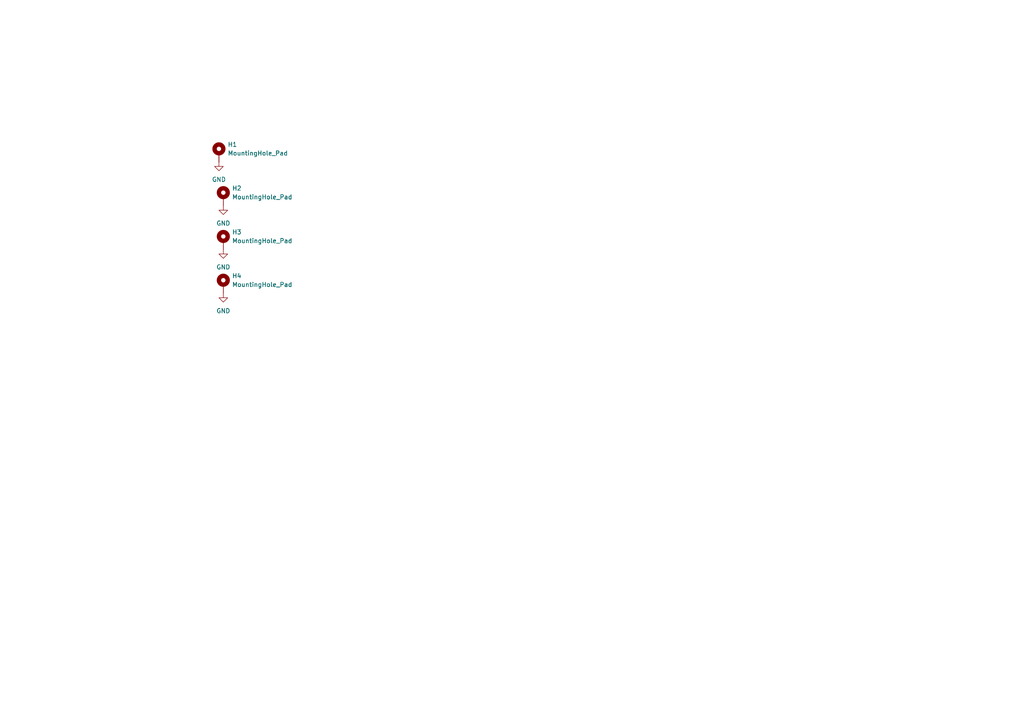
<source format=kicad_sch>
(kicad_sch (version 20211123) (generator eeschema)

  (uuid 2f5986c6-97b0-476e-8eef-3141fa682a23)

  (paper "A4")

  (lib_symbols
    (symbol "Mechanical:MountingHole_Pad" (pin_numbers hide) (pin_names (offset 1.016) hide) (in_bom yes) (on_board yes)
      (property "Reference" "H" (id 0) (at 0 6.35 0)
        (effects (font (size 1.27 1.27)))
      )
      (property "Value" "MountingHole_Pad" (id 1) (at 0 4.445 0)
        (effects (font (size 1.27 1.27)))
      )
      (property "Footprint" "" (id 2) (at 0 0 0)
        (effects (font (size 1.27 1.27)) hide)
      )
      (property "Datasheet" "~" (id 3) (at 0 0 0)
        (effects (font (size 1.27 1.27)) hide)
      )
      (property "ki_keywords" "mounting hole" (id 4) (at 0 0 0)
        (effects (font (size 1.27 1.27)) hide)
      )
      (property "ki_description" "Mounting Hole with connection" (id 5) (at 0 0 0)
        (effects (font (size 1.27 1.27)) hide)
      )
      (property "ki_fp_filters" "MountingHole*Pad*" (id 6) (at 0 0 0)
        (effects (font (size 1.27 1.27)) hide)
      )
      (symbol "MountingHole_Pad_0_1"
        (circle (center 0 1.27) (radius 1.27)
          (stroke (width 1.27) (type default) (color 0 0 0 0))
          (fill (type none))
        )
      )
      (symbol "MountingHole_Pad_1_1"
        (pin input line (at 0 -2.54 90) (length 2.54)
          (name "1" (effects (font (size 1.27 1.27))))
          (number "1" (effects (font (size 1.27 1.27))))
        )
      )
    )
    (symbol "power:GND" (power) (pin_names (offset 0)) (in_bom yes) (on_board yes)
      (property "Reference" "#PWR" (id 0) (at 0 -6.35 0)
        (effects (font (size 1.27 1.27)) hide)
      )
      (property "Value" "GND" (id 1) (at 0 -3.81 0)
        (effects (font (size 1.27 1.27)))
      )
      (property "Footprint" "" (id 2) (at 0 0 0)
        (effects (font (size 1.27 1.27)) hide)
      )
      (property "Datasheet" "" (id 3) (at 0 0 0)
        (effects (font (size 1.27 1.27)) hide)
      )
      (property "ki_keywords" "power-flag" (id 4) (at 0 0 0)
        (effects (font (size 1.27 1.27)) hide)
      )
      (property "ki_description" "Power symbol creates a global label with name \"GND\" , ground" (id 5) (at 0 0 0)
        (effects (font (size 1.27 1.27)) hide)
      )
      (symbol "GND_0_1"
        (polyline
          (pts
            (xy 0 0)
            (xy 0 -1.27)
            (xy 1.27 -1.27)
            (xy 0 -2.54)
            (xy -1.27 -1.27)
            (xy 0 -1.27)
          )
          (stroke (width 0) (type default) (color 0 0 0 0))
          (fill (type none))
        )
      )
      (symbol "GND_1_1"
        (pin power_in line (at 0 0 270) (length 0) hide
          (name "GND" (effects (font (size 1.27 1.27))))
          (number "1" (effects (font (size 1.27 1.27))))
        )
      )
    )
  )


  (symbol (lib_id "power:GND") (at 63.5 46.99 0) (unit 1)
    (in_bom yes) (on_board yes) (fields_autoplaced)
    (uuid 31c87daa-44f7-4794-88d3-6d9d30513ac6)
    (property "Reference" "#PWR01" (id 0) (at 63.5 53.34 0)
      (effects (font (size 1.27 1.27)) hide)
    )
    (property "Value" "GND" (id 1) (at 63.5 52.07 0))
    (property "Footprint" "" (id 2) (at 63.5 46.99 0)
      (effects (font (size 1.27 1.27)) hide)
    )
    (property "Datasheet" "" (id 3) (at 63.5 46.99 0)
      (effects (font (size 1.27 1.27)) hide)
    )
    (pin "1" (uuid ef1ab55d-faf5-4d42-a85e-65e47389af72))
  )

  (symbol (lib_id "Mechanical:MountingHole_Pad") (at 64.77 82.55 0) (unit 1)
    (in_bom yes) (on_board yes) (fields_autoplaced)
    (uuid 494e27fa-5dfa-4c0b-8bd1-299d58b9a271)
    (property "Reference" "H4" (id 0) (at 67.31 80.0099 0)
      (effects (font (size 1.27 1.27)) (justify left))
    )
    (property "Value" "MountingHole_Pad" (id 1) (at 67.31 82.5499 0)
      (effects (font (size 1.27 1.27)) (justify left))
    )
    (property "Footprint" "MountingHole:MountingHole_3.2mm_M3_Pad" (id 2) (at 64.77 82.55 0)
      (effects (font (size 1.27 1.27)) hide)
    )
    (property "Datasheet" "~" (id 3) (at 64.77 82.55 0)
      (effects (font (size 1.27 1.27)) hide)
    )
    (pin "1" (uuid 333e2b7b-01ba-4881-8111-a84db9b9a7d7))
  )

  (symbol (lib_id "power:GND") (at 64.77 72.39 0) (unit 1)
    (in_bom yes) (on_board yes) (fields_autoplaced)
    (uuid 609059a1-d65f-4cba-8b0a-98ef0eda64f7)
    (property "Reference" "#PWR03" (id 0) (at 64.77 78.74 0)
      (effects (font (size 1.27 1.27)) hide)
    )
    (property "Value" "GND" (id 1) (at 64.77 77.47 0))
    (property "Footprint" "" (id 2) (at 64.77 72.39 0)
      (effects (font (size 1.27 1.27)) hide)
    )
    (property "Datasheet" "" (id 3) (at 64.77 72.39 0)
      (effects (font (size 1.27 1.27)) hide)
    )
    (pin "1" (uuid c3044885-a4b3-4c4f-888f-c17eb16dad6a))
  )

  (symbol (lib_id "power:GND") (at 64.77 85.09 0) (unit 1)
    (in_bom yes) (on_board yes) (fields_autoplaced)
    (uuid 663ef8d0-076c-4e30-b566-b70f77db7567)
    (property "Reference" "#PWR04" (id 0) (at 64.77 91.44 0)
      (effects (font (size 1.27 1.27)) hide)
    )
    (property "Value" "GND" (id 1) (at 64.77 90.17 0))
    (property "Footprint" "" (id 2) (at 64.77 85.09 0)
      (effects (font (size 1.27 1.27)) hide)
    )
    (property "Datasheet" "" (id 3) (at 64.77 85.09 0)
      (effects (font (size 1.27 1.27)) hide)
    )
    (pin "1" (uuid 919bbb42-4bbd-4673-8a5a-122b29467477))
  )

  (symbol (lib_id "Mechanical:MountingHole_Pad") (at 64.77 69.85 0) (unit 1)
    (in_bom yes) (on_board yes) (fields_autoplaced)
    (uuid 7ff88acd-2801-4692-a30d-ce76bf6d018a)
    (property "Reference" "H3" (id 0) (at 67.31 67.3099 0)
      (effects (font (size 1.27 1.27)) (justify left))
    )
    (property "Value" "MountingHole_Pad" (id 1) (at 67.31 69.8499 0)
      (effects (font (size 1.27 1.27)) (justify left))
    )
    (property "Footprint" "MountingHole:MountingHole_3.2mm_M3_Pad" (id 2) (at 64.77 69.85 0)
      (effects (font (size 1.27 1.27)) hide)
    )
    (property "Datasheet" "~" (id 3) (at 64.77 69.85 0)
      (effects (font (size 1.27 1.27)) hide)
    )
    (pin "1" (uuid 03440a3c-4e0c-46b7-b659-1f7001dd76c6))
  )

  (symbol (lib_id "Mechanical:MountingHole_Pad") (at 63.5 44.45 0) (unit 1)
    (in_bom yes) (on_board yes) (fields_autoplaced)
    (uuid 99227ce9-b7e9-414e-8b66-4d0f36b08e39)
    (property "Reference" "H1" (id 0) (at 66.04 41.9099 0)
      (effects (font (size 1.27 1.27)) (justify left))
    )
    (property "Value" "MountingHole_Pad" (id 1) (at 66.04 44.4499 0)
      (effects (font (size 1.27 1.27)) (justify left))
    )
    (property "Footprint" "MountingHole:MountingHole_3.2mm_M3_Pad" (id 2) (at 63.5 44.45 0)
      (effects (font (size 1.27 1.27)) hide)
    )
    (property "Datasheet" "~" (id 3) (at 63.5 44.45 0)
      (effects (font (size 1.27 1.27)) hide)
    )
    (pin "1" (uuid 73c7f1be-850e-477f-96f6-fb101d1630ac))
  )

  (symbol (lib_id "Mechanical:MountingHole_Pad") (at 64.77 57.15 0) (unit 1)
    (in_bom yes) (on_board yes) (fields_autoplaced)
    (uuid 9a8fbce5-6782-427f-9497-83faafa6ba0d)
    (property "Reference" "H2" (id 0) (at 67.31 54.6099 0)
      (effects (font (size 1.27 1.27)) (justify left))
    )
    (property "Value" "MountingHole_Pad" (id 1) (at 67.31 57.1499 0)
      (effects (font (size 1.27 1.27)) (justify left))
    )
    (property "Footprint" "MountingHole:MountingHole_3.2mm_M3_Pad" (id 2) (at 64.77 57.15 0)
      (effects (font (size 1.27 1.27)) hide)
    )
    (property "Datasheet" "~" (id 3) (at 64.77 57.15 0)
      (effects (font (size 1.27 1.27)) hide)
    )
    (pin "1" (uuid 5a54ff09-8a0c-4087-992c-5e40cec7113e))
  )

  (symbol (lib_id "power:GND") (at 64.77 59.69 0) (unit 1)
    (in_bom yes) (on_board yes) (fields_autoplaced)
    (uuid acbe2a47-8998-4130-93ef-13ed006c093e)
    (property "Reference" "#PWR02" (id 0) (at 64.77 66.04 0)
      (effects (font (size 1.27 1.27)) hide)
    )
    (property "Value" "GND" (id 1) (at 64.77 64.77 0))
    (property "Footprint" "" (id 2) (at 64.77 59.69 0)
      (effects (font (size 1.27 1.27)) hide)
    )
    (property "Datasheet" "" (id 3) (at 64.77 59.69 0)
      (effects (font (size 1.27 1.27)) hide)
    )
    (pin "1" (uuid 334bd0de-0753-4852-aed5-249fb25eda6a))
  )

  (sheet_instances
    (path "/" (page "1"))
  )

  (symbol_instances
    (path "/31c87daa-44f7-4794-88d3-6d9d30513ac6"
      (reference "#PWR01") (unit 1) (value "GND") (footprint "")
    )
    (path "/acbe2a47-8998-4130-93ef-13ed006c093e"
      (reference "#PWR02") (unit 1) (value "GND") (footprint "")
    )
    (path "/609059a1-d65f-4cba-8b0a-98ef0eda64f7"
      (reference "#PWR03") (unit 1) (value "GND") (footprint "")
    )
    (path "/663ef8d0-076c-4e30-b566-b70f77db7567"
      (reference "#PWR04") (unit 1) (value "GND") (footprint "")
    )
    (path "/99227ce9-b7e9-414e-8b66-4d0f36b08e39"
      (reference "H1") (unit 1) (value "MountingHole_Pad") (footprint "MountingHole:MountingHole_3.2mm_M3_Pad")
    )
    (path "/9a8fbce5-6782-427f-9497-83faafa6ba0d"
      (reference "H2") (unit 1) (value "MountingHole_Pad") (footprint "MountingHole:MountingHole_3.2mm_M3_Pad")
    )
    (path "/7ff88acd-2801-4692-a30d-ce76bf6d018a"
      (reference "H3") (unit 1) (value "MountingHole_Pad") (footprint "MountingHole:MountingHole_3.2mm_M3_Pad")
    )
    (path "/494e27fa-5dfa-4c0b-8bd1-299d58b9a271"
      (reference "H4") (unit 1) (value "MountingHole_Pad") (footprint "MountingHole:MountingHole_3.2mm_M3_Pad")
    )
  )
)

</source>
